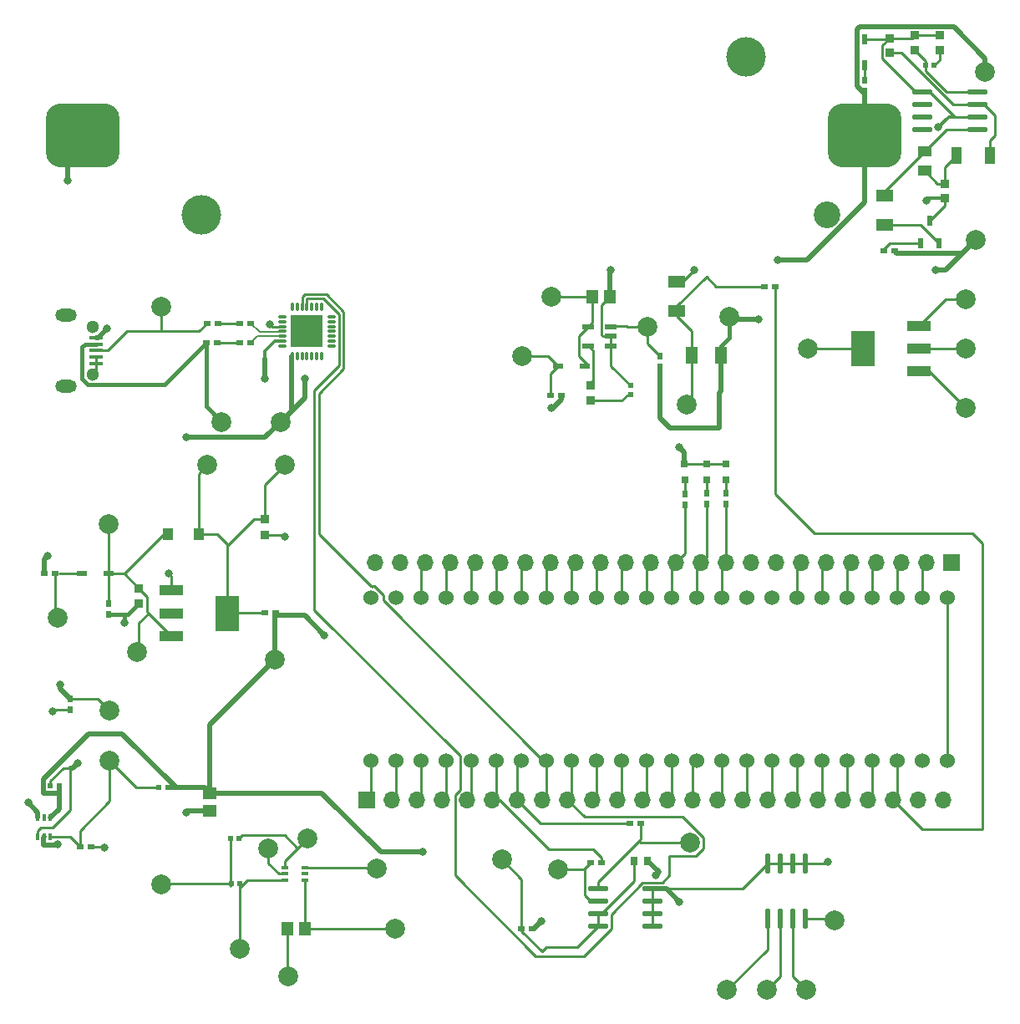
<source format=gbr>
%TF.GenerationSoftware,KiCad,Pcbnew,(7.0.0)*%
%TF.CreationDate,2023-03-21T11:07:28+02:00*%
%TF.ProjectId,SCHEMATICS,53434845-4d41-4544-9943-532e6b696361,rev?*%
%TF.SameCoordinates,Original*%
%TF.FileFunction,Copper,L1,Top*%
%TF.FilePolarity,Positive*%
%FSLAX46Y46*%
G04 Gerber Fmt 4.6, Leading zero omitted, Abs format (unit mm)*
G04 Created by KiCad (PCBNEW (7.0.0)) date 2023-03-21 11:07:28*
%MOMM*%
%LPD*%
G01*
G04 APERTURE LIST*
G04 Aperture macros list*
%AMRoundRect*
0 Rectangle with rounded corners*
0 $1 Rounding radius*
0 $2 $3 $4 $5 $6 $7 $8 $9 X,Y pos of 4 corners*
0 Add a 4 corners polygon primitive as box body*
4,1,4,$2,$3,$4,$5,$6,$7,$8,$9,$2,$3,0*
0 Add four circle primitives for the rounded corners*
1,1,$1+$1,$2,$3*
1,1,$1+$1,$4,$5*
1,1,$1+$1,$6,$7*
1,1,$1+$1,$8,$9*
0 Add four rect primitives between the rounded corners*
20,1,$1+$1,$2,$3,$4,$5,0*
20,1,$1+$1,$4,$5,$6,$7,0*
20,1,$1+$1,$6,$7,$8,$9,0*
20,1,$1+$1,$8,$9,$2,$3,0*%
G04 Aperture macros list end*
%TA.AperFunction,SMDPad,CuDef*%
%ADD10R,0.700000X0.600000*%
%TD*%
%TA.AperFunction,SMDPad,CuDef*%
%ADD11C,2.000000*%
%TD*%
%TA.AperFunction,SMDPad,CuDef*%
%ADD12R,1.450000X1.150000*%
%TD*%
%TA.AperFunction,ComponentPad*%
%ADD13C,1.524000*%
%TD*%
%TA.AperFunction,SMDPad,CuDef*%
%ADD14R,1.207518X1.701016*%
%TD*%
%TA.AperFunction,SMDPad,CuDef*%
%ADD15R,0.600000X0.700000*%
%TD*%
%TA.AperFunction,SMDPad,CuDef*%
%ADD16R,1.400000X0.400000*%
%TD*%
%TA.AperFunction,ComponentPad*%
%ADD17C,1.300000*%
%TD*%
%TA.AperFunction,ComponentPad*%
%ADD18O,2.200000X1.300000*%
%TD*%
%TA.AperFunction,SMDPad,CuDef*%
%ADD19R,0.565659X0.540005*%
%TD*%
%TA.AperFunction,SMDPad,CuDef*%
%ADD20R,0.350013X0.780010*%
%TD*%
%TA.AperFunction,SMDPad,CuDef*%
%ADD21R,1.100000X1.700000*%
%TD*%
%TA.AperFunction,SMDPad,CuDef*%
%ADD22R,0.864008X0.806477*%
%TD*%
%TA.AperFunction,SMDPad,CuDef*%
%ADD23R,0.540005X0.565659*%
%TD*%
%TA.AperFunction,SMDPad,CuDef*%
%ADD24R,1.000000X0.600000*%
%TD*%
%TA.AperFunction,SMDPad,CuDef*%
%ADD25R,0.970000X0.920000*%
%TD*%
%TA.AperFunction,SMDPad,CuDef*%
%ADD26R,1.156998X0.489992*%
%TD*%
%TA.AperFunction,SMDPad,CuDef*%
%ADD27R,1.175006X0.489992*%
%TD*%
%TA.AperFunction,SMDPad,CuDef*%
%ADD28R,1.000000X1.200000*%
%TD*%
%TA.AperFunction,SMDPad,CuDef*%
%ADD29R,0.532004X1.070003*%
%TD*%
%TA.AperFunction,SMDPad,CuDef*%
%ADD30R,2.470003X0.980010*%
%TD*%
%TA.AperFunction,SMDPad,CuDef*%
%ADD31R,2.470003X3.600000*%
%TD*%
%TA.AperFunction,SMDPad,CuDef*%
%ADD32R,0.800000X0.800000*%
%TD*%
%TA.AperFunction,SMDPad,CuDef*%
%ADD33R,0.800000X0.900000*%
%TD*%
%TA.AperFunction,SMDPad,CuDef*%
%ADD34R,1.377013X1.132537*%
%TD*%
%TA.AperFunction,SMDPad,CuDef*%
%ADD35R,1.701016X1.207518*%
%TD*%
%TA.AperFunction,SMDPad,CuDef*%
%ADD36O,0.588011X2.045009*%
%TD*%
%TA.AperFunction,SMDPad,CuDef*%
%ADD37O,2.045009X0.588011*%
%TD*%
%TA.AperFunction,SMDPad,CuDef*%
%ADD38R,1.150000X1.450000*%
%TD*%
%TA.AperFunction,SMDPad,CuDef*%
%ADD39R,0.600000X1.000000*%
%TD*%
%TA.AperFunction,ComponentPad*%
%ADD40R,1.700000X1.700000*%
%TD*%
%TA.AperFunction,ComponentPad*%
%ADD41O,1.700000X1.700000*%
%TD*%
%TA.AperFunction,ComponentPad*%
%ADD42C,4.000000*%
%TD*%
%TA.AperFunction,ComponentPad*%
%ADD43C,2.700000*%
%TD*%
%TA.AperFunction,SMDPad,CuDef*%
%ADD44RoundRect,1.625000X-2.125000X-1.625000X2.125000X-1.625000X2.125000X1.625000X-2.125000X1.625000X0*%
%TD*%
%TA.AperFunction,SMDPad,CuDef*%
%ADD45O,0.900000X0.280010*%
%TD*%
%TA.AperFunction,SMDPad,CuDef*%
%ADD46O,0.280010X0.900000*%
%TD*%
%TA.AperFunction,SMDPad,CuDef*%
%ADD47R,3.200000X3.200000*%
%TD*%
%TA.AperFunction,SMDPad,CuDef*%
%ADD48R,0.780010X0.350013*%
%TD*%
%TA.AperFunction,ViaPad*%
%ADD49C,0.800000*%
%TD*%
%TA.AperFunction,Conductor*%
%ADD50C,0.250000*%
%TD*%
%TA.AperFunction,Conductor*%
%ADD51C,0.500000*%
%TD*%
%TA.AperFunction,Conductor*%
%ADD52C,0.400000*%
%TD*%
%TA.AperFunction,Conductor*%
%ADD53C,0.300000*%
%TD*%
%TA.AperFunction,Conductor*%
%ADD54C,0.200000*%
%TD*%
G04 APERTURE END LIST*
D10*
%TO.P,R33,1*%
%TO.N,Net-(U6-SCL)*%
X147978915Y-133068503D03*
%TO.P,R33,2*%
%TO.N,/MICROCONTROLLER/PA9*%
X149078915Y-133068503D03*
%TD*%
D11*
%TO.P,TP8,1,1*%
%TO.N,Net-(D2-A)*%
X116969711Y-92799975D03*
%TD*%
%TO.P,TP24,1,1*%
%TO.N,Net-(MicroXNJ1-D+)*%
X104499111Y-76750000D03*
%TD*%
D12*
%TO.P,C4,1*%
%TO.N,GND*%
X109409999Y-127829999D03*
%TO.P,C4,2*%
%TO.N,/MICROCONTROLLER/VSS*%
X109409999Y-126029999D03*
%TD*%
D11*
%TO.P,TP36,1,1*%
%TO.N,Net-(U5-GND)*%
X126306274Y-133612033D03*
%TD*%
%TO.P,TP4,1,1*%
%TO.N,Net-(TP4054-42-SOT25R1-BAT)*%
X153726500Y-78753538D03*
%TD*%
D10*
%TO.P,R28,1*%
%TO.N,Net-(R27-Pad2)*%
X112477999Y-78422253D03*
%TO.P,R28,2*%
%TO.N,/MICROCONTROLLER/D+*%
X113577999Y-78422253D03*
%TD*%
D13*
%TO.P,U8,1,VBAT*%
%TO.N,/MICROCONTROLLER/VSS*%
X184126500Y-106193500D03*
%TO.P,U8,2,PC13*%
%TO.N,/MICROCONTROLLER/PC13*%
X181586500Y-106193500D03*
%TO.P,U8,3,PC14*%
%TO.N,/MICROCONTROLLER/PC14*%
X179046500Y-106193500D03*
%TO.P,U8,4,PC15*%
%TO.N,/MICROCONTROLLER/PC15*%
X176506500Y-106193500D03*
%TO.P,U8,5,PF0*%
%TO.N,/MICROCONTROLLER/PF0*%
X173966500Y-106193500D03*
%TO.P,U8,6,PF1*%
%TO.N,/MICROCONTROLLER/PF1*%
X171426500Y-106193500D03*
%TO.P,U8,7,NRST*%
%TO.N,/MICROCONTROLLER/NRST*%
X168886500Y-106193500D03*
%TO.P,U8,8,GND*%
%TO.N,GND*%
X166346500Y-106193500D03*
%TO.P,U8,9,V+*%
%TO.N,/MICROCONTROLLER/VSS*%
X163806500Y-106193500D03*
%TO.P,U8,10,PA0*%
%TO.N,/MICROCONTROLLER/PA0*%
X161266500Y-106193500D03*
%TO.P,U8,11,PA1*%
%TO.N,/MICROCONTROLLER/PA1*%
X158726500Y-106193500D03*
%TO.P,U8,12,PA2*%
%TO.N,/MICROCONTROLLER/PA2*%
X156186500Y-106193500D03*
%TO.P,U8,13,PA3*%
%TO.N,/MICROCONTROLLER/PA3*%
X153646500Y-106193500D03*
%TO.P,U8,14,PA4*%
%TO.N,/MICROCONTROLLER/PA4*%
X151106500Y-106193500D03*
%TO.P,U8,15,PA5*%
%TO.N,/MICROCONTROLLER/PA5*%
X148566500Y-106193500D03*
%TO.P,U8,16,PA6*%
%TO.N,/MICROCONTROLLER/PA6*%
X146026500Y-106193500D03*
%TO.P,U8,17,PA7*%
%TO.N,/MICROCONTROLLER/PA7*%
X143486500Y-106193500D03*
%TO.P,U8,18,PB0*%
%TO.N,/MICROCONTROLLER/PB0*%
X140946500Y-106193500D03*
%TO.P,U8,19,PB1*%
%TO.N,/MICROCONTROLLER/PB1*%
X138406500Y-106193500D03*
%TO.P,U8,20,PB2*%
%TO.N,/MICROCONTROLLER/PB2*%
X135866500Y-106193500D03*
%TO.P,U8,21,PB10*%
%TO.N,/MICROCONTROLLER/PB10*%
X133326500Y-106193500D03*
%TO.P,U8,22,PB11*%
%TO.N,/MICROCONTROLLER/PB11*%
X130786500Y-106193500D03*
%TO.P,U8,23,GND*%
%TO.N,GND*%
X128246500Y-106193500D03*
%TO.P,U8,24,V+*%
%TO.N,/MICROCONTROLLER/VSS*%
X125706500Y-106193500D03*
%TO.P,U8,25,PB12*%
%TO.N,/MICROCONTROLLER/PB12*%
X125706500Y-122703500D03*
%TO.P,U8,26,PB13*%
%TO.N,/MICROCONTROLLER/PB13*%
X128246500Y-122703500D03*
%TO.P,U8,27,PB14*%
%TO.N,/MICROCONTROLLER/PB14*%
X130786500Y-122703500D03*
%TO.P,U8,28,PB15*%
%TO.N,/MICROCONTROLLER/PB15*%
X133326500Y-122703500D03*
%TO.P,U8,29,PA8*%
%TO.N,/MICROCONTROLLER/PA8*%
X135866500Y-122703500D03*
%TO.P,U8,30,PA9*%
%TO.N,/MICROCONTROLLER/PA9*%
X138406500Y-122703500D03*
%TO.P,U8,31,PA10*%
%TO.N,/MICROCONTROLLER/PA10*%
X140946500Y-122703500D03*
%TO.P,U8,32,PA11*%
%TO.N,/MICROCONTROLLER/PA11*%
X143486500Y-122703500D03*
%TO.P,U8,33,PA12*%
%TO.N,/MICROCONTROLLER/PA12*%
X146026500Y-122703500D03*
%TO.P,U8,34,PA13*%
%TO.N,/MICROCONTROLLER/PA13*%
X148566500Y-122703500D03*
%TO.P,U8,35,PF6*%
%TO.N,/MICROCONTROLLER/PF6*%
X151106500Y-122703500D03*
%TO.P,U8,36,PF7*%
%TO.N,/MICROCONTROLLER/PF7*%
X153646500Y-122703500D03*
%TO.P,U8,37,PA14*%
%TO.N,/MICROCONTROLLER/PA14*%
X156186500Y-122703500D03*
%TO.P,U8,38,PA15*%
%TO.N,/MICROCONTROLLER/PA15*%
X158726500Y-122703500D03*
%TO.P,U8,39,PB3*%
%TO.N,/MICROCONTROLLER/PB3*%
X161266500Y-122703500D03*
%TO.P,U8,40,PB4*%
%TO.N,/MICROCONTROLLER/PB4*%
X163806500Y-122703500D03*
%TO.P,U8,41,PB5*%
%TO.N,/MICROCONTROLLER/PB5*%
X166346500Y-122703500D03*
%TO.P,U8,42,PB6*%
%TO.N,/MICROCONTROLLER/PB6*%
X168886500Y-122703500D03*
%TO.P,U8,43,PB7*%
%TO.N,/MICROCONTROLLER/PB7*%
X171426500Y-122703500D03*
%TO.P,U8,44,BOOT*%
%TO.N,/MICROCONTROLLER/BOOT*%
X173966500Y-122703500D03*
%TO.P,U8,45,PB8*%
%TO.N,/MICROCONTROLLER/PB8*%
X176506500Y-122703500D03*
%TO.P,U8,46,PB9*%
%TO.N,/MICROCONTROLLER/PB9*%
X179046500Y-122703500D03*
%TO.P,U8,47,GND*%
%TO.N,GND*%
X181586500Y-122703500D03*
%TO.P,U8,48,V+*%
%TO.N,/MICROCONTROLLER/VSS*%
X184126500Y-122703500D03*
%TD*%
D11*
%TO.P,TP3,1,1*%
%TO.N,Net-(D1-K)*%
X144033840Y-75753538D03*
%TD*%
%TO.P,TP31,1,1*%
%TO.N,/POWER MODULE/UVLO Output*%
X187000000Y-70000000D03*
%TD*%
%TO.P,TP35,1,1*%
%TO.N,Net-(U7-WP)*%
X169821496Y-145931084D03*
%TD*%
D14*
%TO.P,R22,1*%
%TO.N,Net-(R22-Pad1)*%
X158247708Y-81703499D03*
%TO.P,R22,2*%
%TO.N,/POWER MODULE/Battery*%
X161205290Y-81703499D03*
%TD*%
D10*
%TO.P,R24,1*%
%TO.N,Net-(R22-Pad1)*%
X165626499Y-74703499D03*
%TO.P,R24,2*%
%TO.N,/MICROCONTROLLER/PB9*%
X166726499Y-74703499D03*
%TD*%
D15*
%TO.P,R17,1*%
%TO.N,/MICROCONTROLLER/PB10*%
X95249999Y-117569999D03*
%TO.P,R17,2*%
%TO.N,Net-(U3-SCL)*%
X95249999Y-116469999D03*
%TD*%
D16*
%TO.P,MicroXNJ1,1,VBUS*%
%TO.N,/MICROCONTROLLER/5V*%
X97871729Y-79874967D03*
%TO.P,MicroXNJ1,2,D-*%
%TO.N,Net-(MicroXNJ1-D-)*%
X97871729Y-80524955D03*
%TO.P,MicroXNJ1,3,D+*%
%TO.N,Net-(MicroXNJ1-D+)*%
X97871729Y-81174942D03*
%TO.P,MicroXNJ1,4,ID*%
%TO.N,GND*%
X97871729Y-81824929D03*
%TO.P,MicroXNJ1,5,GND*%
X97871729Y-82474917D03*
D17*
%TO.P,MicroXNJ1,6,SH1*%
X97499111Y-83599886D03*
D18*
%TO.P,MicroXNJ1,7,SH2*%
X94829057Y-84774891D03*
%TO.P,MicroXNJ1,8,SH3*%
X94829057Y-77574993D03*
D17*
%TO.P,MicroXNJ1,9,SH4*%
X97499111Y-78750000D03*
%TD*%
D19*
%TO.P,R40,1*%
%TO.N,Net-(R40-Pad1)*%
X182804816Y-52323999D03*
%TO.P,R40,2*%
%TO.N,Net-(U1--)*%
X181939182Y-52323999D03*
%TD*%
D20*
%TO.P,U3,1,VDD*%
%TO.N,/MICROCONTROLLER/VSS*%
X93249999Y-128490015D03*
%TO.P,U3,2,NC*%
%TO.N,unconnected-(U3-NC-Pad2)*%
X92600012Y-128490015D03*
%TO.P,U3,3,GND*%
%TO.N,GND*%
X91950025Y-128490015D03*
%TO.P,U3,4,SCL*%
%TO.N,Net-(U3-SCL)*%
X91950025Y-130469999D03*
%TO.P,U3,5,INT*%
%TO.N,GND*%
X92600012Y-130469999D03*
%TO.P,U3,6,SDA*%
%TO.N,Net-(U3-SDA)*%
X93249999Y-130469999D03*
%TD*%
D11*
%TO.P,TP16,1,1*%
%TO.N,Net-(C5-Pad1)*%
X117306274Y-144612033D03*
%TD*%
%TO.P,TP32,1,1*%
%TO.N,Net-(U7-VCC)*%
X172726500Y-138931084D03*
%TD*%
D10*
%TO.P,R14,1*%
%TO.N,Net-(Q1-D)*%
X177715999Y-71119999D03*
%TO.P,R14,2*%
%TO.N,/POWER MODULE/UVLO Output*%
X178815999Y-71119999D03*
%TD*%
%TO.P,R25,1*%
%TO.N,Net-(MicroXNJ1-D-)*%
X109027999Y-80422253D03*
%TO.P,R25,2*%
%TO.N,Net-(R25-Pad2)*%
X110127999Y-80422253D03*
%TD*%
%TO.P,R5,1*%
%TO.N,/POWER MODULE/UVLO Output*%
X92649999Y-103799974D03*
%TO.P,R5,2*%
%TO.N,Net-(D4-PadA)*%
X93749999Y-103799974D03*
%TD*%
D15*
%TO.P,R15,1*%
%TO.N,/POWER MODULE/Battery*%
X175767999Y-54947999D03*
%TO.P,R15,2*%
%TO.N,Net-(D5-PadA)*%
X175767999Y-53847999D03*
%TD*%
D11*
%TO.P,TP20,1,1*%
%TO.N,/POWER MODULE/Battery*%
X162033840Y-77753538D03*
%TD*%
D21*
%TO.P,D3,1,K*%
%TO.N,Net-(D3-K)*%
X188467999Y-61467999D03*
%TO.P,D3,2,A*%
%TO.N,Net-(D3-A)*%
X185067949Y-61467999D03*
%TD*%
D22*
%TO.P,R9,1*%
%TO.N,Net-(#FLG06-pwr)*%
X178307999Y-49538633D03*
%TO.P,R9,2*%
%TO.N,Net-(D3-K)*%
X178307999Y-51045365D03*
%TD*%
D10*
%TO.P,R27,1*%
%TO.N,Net-(MicroXNJ1-D+)*%
X109129999Y-78422253D03*
%TO.P,R27,2*%
%TO.N,Net-(R27-Pad2)*%
X110229999Y-78422253D03*
%TD*%
D23*
%TO.P,R3,1*%
%TO.N,Net-(R2-Pad2)*%
X152033839Y-85619171D03*
%TO.P,R3,2*%
%TO.N,GND*%
X152033839Y-84753537D03*
%TD*%
D11*
%TO.P,TP5,1,1*%
%TO.N,Net-(D4-PadA)*%
X94000000Y-108250000D03*
%TD*%
%TO.P,TP29,1,1*%
%TO.N,Net-(REF2-Input)*%
X186000000Y-76000000D03*
%TD*%
%TO.P,TP17,1,1*%
%TO.N,Net-(U5-INT)*%
X115306274Y-131612033D03*
%TD*%
D19*
%TO.P,R21,1*%
%TO.N,Net-(R20-Pad1)*%
X111481190Y-130632007D03*
%TO.P,R21,2*%
%TO.N,Net-(U5-SCL)*%
X112346824Y-130632007D03*
%TD*%
D11*
%TO.P,TP28,1,1*%
%TO.N,Net-(REF2-Output-Pad2)*%
X186000000Y-81000000D03*
%TD*%
%TO.P,TP33,1,1*%
%TO.N,Net-(U7-SDA)*%
X161821496Y-145931084D03*
%TD*%
D15*
%TO.P,R31,1*%
%TO.N,Net-(D8-A)*%
X157586499Y-95703499D03*
%TO.P,R31,2*%
%TO.N,/MICROCONTROLLER/PA2*%
X157586499Y-96803499D03*
%TD*%
D24*
%TO.P,D4,A,A*%
%TO.N,Net-(D4-PadA)*%
X96469799Y-103799974D03*
%TO.P,D4,C,K*%
%TO.N,Net-(#FLG05-pwr)*%
X99169799Y-103799974D03*
%TD*%
D25*
%TO.P,C3,1*%
%TO.N,Net-(D2-A)*%
X114969710Y-98299974D03*
%TO.P,C3,2*%
%TO.N,GND*%
X114969710Y-99849974D03*
%TD*%
D11*
%TO.P,TP14,1,1*%
%TO.N,Net-(U3-SCL)*%
X99250000Y-117670000D03*
%TD*%
D10*
%TO.P,R7,1*%
%TO.N,Net-(D2-A)*%
X114949999Y-107749999D03*
%TO.P,R7,2*%
%TO.N,/MICROCONTROLLER/VSS*%
X116049999Y-107749999D03*
%TD*%
D22*
%TO.P,R2,1*%
%TO.N,Net-(TP4054-42-SOT25R1-PROG)*%
X148033839Y-84753537D03*
%TO.P,R2,2*%
%TO.N,Net-(R2-Pad2)*%
X148033839Y-86260269D03*
%TD*%
D26*
%TO.P,TP4054-42-SOT25R1,1,~{CHRG}*%
%TO.N,GND*%
X150033839Y-80703499D03*
%TO.P,TP4054-42-SOT25R1,2,GND*%
X150033839Y-79753537D03*
%TO.P,TP4054-42-SOT25R1,3,BAT*%
%TO.N,Net-(TP4054-42-SOT25R1-BAT)*%
X150033839Y-78803575D03*
D27*
%TO.P,TP4054-42-SOT25R1,4,VCC*%
%TO.N,Net-(D1-K)*%
X147726499Y-78803575D03*
%TO.P,TP4054-42-SOT25R1,5,PROG*%
%TO.N,Net-(TP4054-42-SOT25R1-PROG)*%
X147726499Y-80703499D03*
%TD*%
D11*
%TO.P,TP6,1,1*%
%TO.N,Net-(D2-A)*%
X109169800Y-92799975D03*
%TD*%
D10*
%TO.P,R26,1*%
%TO.N,Net-(R25-Pad2)*%
X112477999Y-80422253D03*
%TO.P,R26,2*%
%TO.N,/MICROCONTROLLER/D-*%
X113577999Y-80422253D03*
%TD*%
D19*
%TO.P,R20,1*%
%TO.N,Net-(R20-Pad1)*%
X111556373Y-135204007D03*
%TO.P,R20,2*%
%TO.N,Net-(U5-SDA)*%
X112422007Y-135204007D03*
%TD*%
D28*
%TO.P,D2,1,K*%
%TO.N,Net-(#FLG05-pwr)*%
X105169799Y-99799974D03*
%TO.P,D2,2,A*%
%TO.N,Net-(D2-A)*%
X108269621Y-99799974D03*
%TD*%
D11*
%TO.P,TP21,1,1*%
%TO.N,Net-(R22-Pad1)*%
X157726500Y-86703500D03*
%TD*%
%TO.P,TP12,1,1*%
%TO.N,Net-(REF2-GND{slash}ADJ)*%
X186000000Y-87000000D03*
%TD*%
D10*
%TO.P,R32,1*%
%TO.N,Net-(U6-SDA)*%
X153078915Y-129068503D03*
%TO.P,R32,2*%
%TO.N,/MICROCONTROLLER/PA10*%
X151978915Y-129068503D03*
%TD*%
D29*
%TO.P,Q1,1,D*%
%TO.N,Net-(Q1-D)*%
X181422037Y-70342002D03*
%TO.P,Q1,2,G*%
%TO.N,Net-(Q1-G)*%
X183321960Y-70342002D03*
%TO.P,Q1,3,S*%
%TO.N,Net-(#FLG06-pwr)*%
X182371999Y-68071999D03*
%TD*%
D10*
%TO.P,R1,1*%
%TO.N,/MICROCONTROLLER/5V*%
X145033839Y-85753537D03*
%TO.P,R1,2*%
%TO.N,Net-(D1-PadA)*%
X143933839Y-85753537D03*
%TD*%
D11*
%TO.P,TP25,*%
%TO.N,Net-(U6-VCC)*%
X138998916Y-132750000D03*
%TD*%
D10*
%TO.P,R34,1*%
%TO.N,Net-(U6-VCC)*%
X140988915Y-139768503D03*
%TO.P,R34,2*%
%TO.N,/MICROCONTROLLER/VSS*%
X142088915Y-139768503D03*
%TD*%
D11*
%TO.P,TP22,1,1*%
%TO.N,/MICROCONTROLLER/5V*%
X116578000Y-88422254D03*
%TD*%
D30*
%TO.P,REF2,1,GND/ADJ*%
%TO.N,Net-(REF2-GND{slash}ADJ)*%
X181264700Y-83282188D03*
%TO.P,REF2,2,Output*%
%TO.N,Net-(REF2-Output-Pad2)*%
X181264700Y-80982213D03*
%TO.P,REF2,3,Input*%
%TO.N,Net-(REF2-Input)*%
X181264700Y-78682238D03*
D31*
%TO.P,REF2,4,Output*%
%TO.N,Net-(REF2-Output-Pad4)*%
X175594900Y-80982213D03*
%TD*%
D11*
%TO.P,TP30,1,1*%
%TO.N,/POWER MODULE/Battery*%
X188000000Y-53000000D03*
%TD*%
D15*
%TO.P,R4,1*%
%TO.N,Net-(TP4054-42-SOT25R1-BAT)*%
X154999999Y-81753537D03*
%TO.P,R4,2*%
%TO.N,/POWER MODULE/Battery*%
X154999999Y-82853537D03*
%TD*%
D11*
%TO.P,TP10,1,1*%
%TO.N,Net-(#FLG05-pwr)*%
X99169800Y-98799975D03*
%TD*%
D32*
%TO.P,D6,1,K*%
%TO.N,GND*%
X161726499Y-92703499D03*
%TO.P,D6,2,A*%
%TO.N,Net-(D6-A)*%
X161733357Y-94302433D03*
%TD*%
D11*
%TO.P,TP27,1,1*%
%TO.N,Net-(U6-SCL)*%
X144726500Y-133703500D03*
%TD*%
D33*
%TO.P,C6,1*%
%TO.N,Net-(U6-VCC)*%
X152378890Y-132848528D03*
%TO.P,C6,2*%
%TO.N,GND*%
X153778940Y-132848528D03*
%TD*%
D11*
%TO.P,TP34,1,1*%
%TO.N,Net-(U7-SCL)*%
X165821496Y-145931084D03*
%TD*%
D10*
%TO.P,R16,1*%
%TO.N,/MICROCONTROLLER/PB11*%
X97349999Y-131469999D03*
%TO.P,R16,2*%
%TO.N,Net-(U3-SDA)*%
X96249999Y-131469999D03*
%TD*%
D19*
%TO.P,R18,1*%
%TO.N,/MICROCONTROLLER/VSS*%
X105115633Y-125469999D03*
%TO.P,R18,2*%
%TO.N,Net-(U3-SDA)*%
X104249999Y-125469999D03*
%TD*%
D34*
%TO.P,R13,1*%
%TO.N,Net-(R12-Pad2)*%
X181863999Y-60975999D03*
%TO.P,R13,2*%
%TO.N,Net-(D3-A)*%
X181863999Y-62975999D03*
%TD*%
D11*
%TO.P,TP23,1,1*%
%TO.N,Net-(MicroXNJ1-D-)*%
X110578000Y-88422254D03*
%TD*%
D35*
%TO.P,R12,1*%
%TO.N,Net-(Q1-G)*%
X177799999Y-68489581D03*
%TO.P,R12,2*%
%TO.N,Net-(R12-Pad2)*%
X177799999Y-65531999D03*
%TD*%
D36*
%TO.P,U7,1,A0*%
%TO.N,GND*%
X169726499Y-133158667D03*
%TO.P,U7,2,A1*%
X168456496Y-133158667D03*
%TO.P,U7,3,A2*%
X167186494Y-133158667D03*
%TO.P,U7,4,GND*%
X165916491Y-133158667D03*
%TO.P,U7,5,SDA*%
%TO.N,Net-(U7-SDA)*%
X165916491Y-138703499D03*
%TO.P,U7,6,SCL*%
%TO.N,Net-(U7-SCL)*%
X167186494Y-138703499D03*
%TO.P,U7,7,WP*%
%TO.N,Net-(U7-WP)*%
X168456496Y-138703499D03*
%TO.P,U7,8,VCC*%
%TO.N,Net-(U7-VCC)*%
X169726499Y-138703499D03*
%TD*%
D11*
%TO.P,TP15,1,1*%
%TO.N,Net-(U3-SDA)*%
X99250000Y-122750000D03*
%TD*%
%TO.P,TP18,1,1*%
%TO.N,Net-(U5-VDD)*%
X128170008Y-139776008D03*
%TD*%
D15*
%TO.P,R29,1*%
%TO.N,Net-(D6-A)*%
X161726499Y-95603499D03*
%TO.P,R29,2*%
%TO.N,/MICROCONTROLLER/PA0*%
X161726499Y-96703499D03*
%TD*%
D30*
%TO.P,REF1,1,GND/ADJ*%
%TO.N,GND*%
X105499999Y-105499999D03*
%TO.P,REF1,2,Output*%
%TO.N,unconnected-(REF1-Output-Pad2)*%
X105499999Y-107799974D03*
%TO.P,REF1,3,Input*%
%TO.N,Net-(#FLG05-pwr)*%
X105499999Y-110099949D03*
D31*
%TO.P,REF1,4,Output*%
%TO.N,Net-(D2-A)*%
X111169799Y-107799974D03*
%TD*%
D35*
%TO.P,R23,1*%
%TO.N,GND*%
X156726499Y-74224708D03*
%TO.P,R23,2*%
%TO.N,Net-(R22-Pad1)*%
X156726499Y-77182290D03*
%TD*%
D11*
%TO.P,TP19,1,1*%
%TO.N,Net-(R20-Pad1)*%
X104500000Y-135250000D03*
%TD*%
D22*
%TO.P,R8,1*%
%TO.N,Net-(#FLG06-pwr)*%
X183387999Y-49275999D03*
%TO.P,R8,2*%
%TO.N,Net-(R40-Pad1)*%
X183387999Y-50782731D03*
%TD*%
D24*
%TO.P,D1,A,A*%
%TO.N,Net-(D1-PadA)*%
X144683839Y-82753537D03*
%TO.P,D1,C,K*%
%TO.N,Net-(D1-K)*%
X147383839Y-82753537D03*
%TD*%
D11*
%TO.P,TP9,1,1*%
%TO.N,Net-(D1-PadA)*%
X141033840Y-81753538D03*
%TD*%
%TO.P,TP1,1,1*%
%TO.N,Net-(U5-SDA)*%
X112422008Y-141808008D03*
%TD*%
%TO.P,TP7,1,1*%
%TO.N,Net-(#FLG05-pwr)*%
X102000000Y-111750000D03*
%TD*%
D37*
%TO.P,U1,1*%
%TO.N,Net-(R12-Pad2)*%
X187176415Y-58801003D03*
%TO.P,U1,2,V-*%
%TO.N,Net-(#FLG06-pwr)*%
X187176415Y-57531000D03*
%TO.P,U1,3,+*%
%TO.N,Net-(D3-K)*%
X187176415Y-56260998D03*
%TO.P,U1,4,-*%
%TO.N,Net-(U1--)*%
X187176415Y-54990995D03*
%TO.P,U1,5,V+*%
%TO.N,Net-(#FLG06-pwr)*%
X181631583Y-54990995D03*
%TO.P,U1,6*%
%TO.N,N/C*%
X181631583Y-56260998D03*
%TO.P,U1,7*%
X181631583Y-57531000D03*
%TO.P,U1,8*%
X181631583Y-58801003D03*
%TD*%
D25*
%TO.P,C2,1*%
%TO.N,Net-(#FLG05-pwr)*%
X102169799Y-105249974D03*
%TO.P,C2,2*%
%TO.N,GND*%
X102169799Y-106799974D03*
%TD*%
D15*
%TO.P,R30,1*%
%TO.N,Net-(D7-A)*%
X159726499Y-95603499D03*
%TO.P,R30,2*%
%TO.N,/MICROCONTROLLER/PA1*%
X159726499Y-96703499D03*
%TD*%
D11*
%TO.P,TP13,1,1*%
%TO.N,/MICROCONTROLLER/VSS*%
X116000000Y-112500000D03*
%TD*%
D22*
%TO.P,R11,1*%
%TO.N,Net-(D3-A)*%
X183895999Y-64270633D03*
%TO.P,R11,2*%
%TO.N,Net-(#FLG06-pwr)*%
X183895999Y-65777365D03*
%TD*%
D38*
%TO.P,C1,1*%
%TO.N,Net-(D1-K)*%
X148133839Y-75753537D03*
%TO.P,C1,2*%
%TO.N,GND*%
X149933839Y-75753537D03*
%TD*%
D19*
%TO.P,R19,1*%
%TO.N,/MICROCONTROLLER/VSS*%
X94115633Y-125289999D03*
%TO.P,R19,2*%
%TO.N,Net-(U3-SCL)*%
X93249999Y-125289999D03*
%TD*%
D11*
%TO.P,TP2,1,1*%
%TO.N,Net-(U5-SCL)*%
X119306274Y-130612033D03*
%TD*%
D39*
%TO.P,D5,A,A*%
%TO.N,Net-(D5-PadA)*%
X175767999Y-52323999D03*
%TO.P,D5,C,K*%
%TO.N,Net-(#FLG06-pwr)*%
X175767999Y-49623999D03*
%TD*%
D15*
%TO.P,R6,1*%
%TO.N,Net-(#FLG05-pwr)*%
X99169799Y-106799974D03*
%TO.P,R6,2*%
%TO.N,GND*%
X99169799Y-107899974D03*
%TD*%
D11*
%TO.P,TP26,1,1*%
%TO.N,Net-(U6-SDA)*%
X158078916Y-131068504D03*
%TD*%
D38*
%TO.P,C5,1*%
%TO.N,Net-(C5-Pad1)*%
X117226007Y-139776007D03*
%TO.P,C5,2*%
%TO.N,Net-(U5-VDD)*%
X119026007Y-139776007D03*
%TD*%
D11*
%TO.P,TP11,1,1*%
%TO.N,Net-(REF2-Output-Pad4)*%
X170000000Y-81000000D03*
%TD*%
D40*
%TO.P,J2,1,Pin_1*%
%TO.N,/MICROCONTROLLER/PB12*%
X125306499Y-126703499D03*
D41*
%TO.P,J2,2,Pin_2*%
%TO.N,/MICROCONTROLLER/PB13*%
X127846499Y-126703499D03*
%TO.P,J2,3,Pin_3*%
%TO.N,/MICROCONTROLLER/PB14*%
X130386499Y-126703499D03*
%TO.P,J2,4,Pin_4*%
%TO.N,/MICROCONTROLLER/PB15*%
X132926499Y-126703499D03*
%TO.P,J2,5,Pin_5*%
%TO.N,/MICROCONTROLLER/PA8*%
X135466499Y-126703499D03*
%TO.P,J2,6,Pin_6*%
%TO.N,/MICROCONTROLLER/PA9*%
X138006499Y-126703499D03*
%TO.P,J2,7,Pin_7*%
%TO.N,/MICROCONTROLLER/PA10*%
X140546499Y-126703499D03*
%TO.P,J2,8,Pin_8*%
%TO.N,/MICROCONTROLLER/PA11*%
X143086499Y-126703499D03*
%TO.P,J2,9,Pin_9*%
%TO.N,/MICROCONTROLLER/PA12*%
X145626499Y-126703499D03*
%TO.P,J2,10,Pin_10*%
%TO.N,/MICROCONTROLLER/PA13*%
X148166499Y-126703499D03*
%TO.P,J2,11,Pin_11*%
%TO.N,/MICROCONTROLLER/PF6*%
X150706499Y-126703499D03*
%TO.P,J2,12,Pin_12*%
%TO.N,/MICROCONTROLLER/PF7*%
X153246499Y-126703499D03*
%TO.P,J2,13,Pin_13*%
%TO.N,/MICROCONTROLLER/PA14*%
X155786499Y-126703499D03*
%TO.P,J2,14,Pin_14*%
%TO.N,/MICROCONTROLLER/PA15*%
X158326499Y-126703499D03*
%TO.P,J2,15,Pin_15*%
%TO.N,/MICROCONTROLLER/PB3*%
X160866499Y-126703499D03*
%TO.P,J2,16,Pin_16*%
%TO.N,/MICROCONTROLLER/PB4*%
X163406499Y-126703499D03*
%TO.P,J2,17,Pin_17*%
%TO.N,/MICROCONTROLLER/PB5*%
X165946499Y-126703499D03*
%TO.P,J2,18,Pin_18*%
%TO.N,/MICROCONTROLLER/PB6*%
X168486499Y-126703499D03*
%TO.P,J2,19,Pin_19*%
%TO.N,/MICROCONTROLLER/PB7*%
X171026499Y-126703499D03*
%TO.P,J2,20,Pin_20*%
%TO.N,/MICROCONTROLLER/BOOT*%
X173566499Y-126703499D03*
%TO.P,J2,21,Pin_21*%
%TO.N,/MICROCONTROLLER/PB8*%
X176106499Y-126703499D03*
%TO.P,J2,22,Pin_22*%
%TO.N,/MICROCONTROLLER/PB9*%
X178646499Y-126703499D03*
%TO.P,J2,23,Pin_23*%
%TO.N,GND*%
X181186499Y-126703499D03*
%TO.P,J2,24,Pin_24*%
%TO.N,unconnected-(J2-Pin_24-Pad24)*%
X183726499Y-126703499D03*
%TD*%
D42*
%TO.P,U9,*%
%TO.N,*%
X108544000Y-67419000D03*
X163744000Y-51419000D03*
D43*
X171964000Y-67419000D03*
D44*
%TO.P,U9,1,+*%
%TO.N,/POWER MODULE/Battery*%
X175794000Y-59419000D03*
%TO.P,U9,2,-*%
%TO.N,GND*%
X96494000Y-59419000D03*
%TD*%
D32*
%TO.P,D8,1,K*%
%TO.N,GND*%
X157515641Y-92703499D03*
%TO.P,D8,2,A*%
%TO.N,Net-(D8-A)*%
X157522499Y-94302433D03*
%TD*%
D45*
%TO.P,IC1,1,DCD*%
%TO.N,unconnected-(IC1-DCD-Pad1)*%
X116749999Y-77748729D03*
%TO.P,IC1,2,RI*%
%TO.N,unconnected-(IC1-RI-Pad2)*%
X116749999Y-78249110D03*
%TO.P,IC1,3,GND*%
%TO.N,GND*%
X116749999Y-78749491D03*
%TO.P,IC1,4,D+*%
%TO.N,/MICROCONTROLLER/D+*%
X116749999Y-79249872D03*
%TO.P,IC1,5,D-*%
%TO.N,/MICROCONTROLLER/D-*%
X116749999Y-79750253D03*
%TO.P,IC1,6,VDD*%
%TO.N,/MICROCONTROLLER/VSS*%
X116749999Y-80250634D03*
%TO.P,IC1,7,REGIN*%
%TO.N,unconnected-(IC1-REGIN-Pad7)*%
X116749999Y-80751015D03*
D46*
%TO.P,IC1,8,VBUS*%
%TO.N,/MICROCONTROLLER/5V*%
X117748729Y-81749999D03*
%TO.P,IC1,9,~{RST}*%
%TO.N,unconnected-(IC1-~{RST}-Pad9)*%
X118249110Y-81749999D03*
%TO.P,IC1,10,NC_1*%
%TO.N,unconnected-(IC1-NC_1-Pad10)*%
X118749491Y-81749999D03*
%TO.P,IC1,11,~{SUSPEND}*%
%TO.N,unconnected-(IC1-~{SUSPEND}-Pad11)*%
X119249872Y-81749999D03*
%TO.P,IC1,12,SUSPEND*%
%TO.N,unconnected-(IC1-SUSPEND-Pad12)*%
X119750253Y-81749999D03*
%TO.P,IC1,13,NC_2*%
%TO.N,unconnected-(IC1-NC_2-Pad13)*%
X120250634Y-81749999D03*
%TO.P,IC1,14,NC_3*%
%TO.N,unconnected-(IC1-NC_3-Pad14)*%
X120751015Y-81749999D03*
D45*
%TO.P,IC1,15,NC_4*%
%TO.N,unconnected-(IC1-NC_4-Pad15)*%
X121749999Y-80751015D03*
%TO.P,IC1,16,NC_5*%
%TO.N,unconnected-(IC1-NC_5-Pad16)*%
X121749999Y-80250634D03*
%TO.P,IC1,17,NC_6*%
%TO.N,unconnected-(IC1-NC_6-Pad17)*%
X121749999Y-79750253D03*
%TO.P,IC1,18,NC/VPP*%
%TO.N,unconnected-(IC1-NC{slash}VPP-Pad18)*%
X121749999Y-79249872D03*
%TO.P,IC1,19,NC_7*%
%TO.N,unconnected-(IC1-NC_7-Pad19)*%
X121749999Y-78749491D03*
%TO.P,IC1,20,NC_8*%
%TO.N,unconnected-(IC1-NC_8-Pad20)*%
X121749999Y-78249110D03*
%TO.P,IC1,21,NC_9*%
%TO.N,unconnected-(IC1-NC_9-Pad21)*%
X121749999Y-77748729D03*
D46*
%TO.P,IC1,22,NC_10*%
%TO.N,unconnected-(IC1-NC_10-Pad22)*%
X120751015Y-76749999D03*
%TO.P,IC1,23,CTS*%
%TO.N,unconnected-(IC1-CTS-Pad23)*%
X120250634Y-76749999D03*
%TO.P,IC1,24,RTS*%
%TO.N,unconnected-(IC1-RTS-Pad24)*%
X119750253Y-76749999D03*
%TO.P,IC1,25,RXD*%
%TO.N,/MICROCONTROLLER/PA12*%
X119249872Y-76749999D03*
%TO.P,IC1,26,TXD*%
%TO.N,/MICROCONTROLLER/PA11*%
X118749491Y-76749999D03*
%TO.P,IC1,27,DSR*%
%TO.N,unconnected-(IC1-DSR-Pad27)*%
X118249110Y-76749999D03*
%TO.P,IC1,28,DTR*%
%TO.N,unconnected-(IC1-DTR-Pad28)*%
X117748729Y-76749999D03*
D47*
%TO.P,IC1,29,TPAD*%
%TO.N,unconnected-(IC1-TPAD-Pad29)*%
X119249872Y-79249872D03*
%TD*%
D40*
%TO.P,J1,1,Pin_1*%
%TO.N,unconnected-(J1-Pin_1-Pad1)*%
X184586499Y-102703499D03*
D41*
%TO.P,J1,2,Pin_2*%
%TO.N,/MICROCONTROLLER/PC13*%
X182046499Y-102703499D03*
%TO.P,J1,3,Pin_3*%
%TO.N,/MICROCONTROLLER/PC14*%
X179506499Y-102703499D03*
%TO.P,J1,4,Pin_4*%
%TO.N,/MICROCONTROLLER/PC15*%
X176966499Y-102703499D03*
%TO.P,J1,5,Pin_5*%
%TO.N,/MICROCONTROLLER/PF0*%
X174426499Y-102703499D03*
%TO.P,J1,6,Pin_6*%
%TO.N,/MICROCONTROLLER/PF1*%
X171886499Y-102703499D03*
%TO.P,J1,7,Pin_7*%
%TO.N,/MICROCONTROLLER/NRST*%
X169346499Y-102703499D03*
%TO.P,J1,8,Pin_8*%
%TO.N,GND*%
X166806499Y-102703499D03*
%TO.P,J1,9,Pin_9*%
%TO.N,unconnected-(J1-Pin_9-Pad9)*%
X164266499Y-102703499D03*
%TO.P,J1,10,Pin_10*%
%TO.N,/MICROCONTROLLER/PA0*%
X161726499Y-102703499D03*
%TO.P,J1,11,Pin_11*%
%TO.N,/MICROCONTROLLER/PA1*%
X159186499Y-102703499D03*
%TO.P,J1,12,Pin_12*%
%TO.N,/MICROCONTROLLER/PA2*%
X156646499Y-102703499D03*
%TO.P,J1,13,Pin_13*%
%TO.N,/MICROCONTROLLER/PA3*%
X154106499Y-102703499D03*
%TO.P,J1,14,Pin_14*%
%TO.N,/MICROCONTROLLER/PA4*%
X151566499Y-102703499D03*
%TO.P,J1,15,Pin_15*%
%TO.N,/MICROCONTROLLER/PA5*%
X149026499Y-102703499D03*
%TO.P,J1,16,Pin_16*%
%TO.N,/MICROCONTROLLER/PA6*%
X146486499Y-102703499D03*
%TO.P,J1,17,Pin_17*%
%TO.N,/MICROCONTROLLER/PA7*%
X143946499Y-102703499D03*
%TO.P,J1,18,Pin_18*%
%TO.N,/MICROCONTROLLER/PB0*%
X141406499Y-102703499D03*
%TO.P,J1,19,Pin_19*%
%TO.N,/MICROCONTROLLER/PB1*%
X138866499Y-102703499D03*
%TO.P,J1,20,Pin_20*%
%TO.N,/MICROCONTROLLER/PB2*%
X136326499Y-102703499D03*
%TO.P,J1,21,Pin_21*%
%TO.N,/MICROCONTROLLER/PB10*%
X133786499Y-102703499D03*
%TO.P,J1,22,Pin_22*%
%TO.N,/MICROCONTROLLER/PB11*%
X131246499Y-102703499D03*
%TO.P,J1,23,Pin_23*%
%TO.N,GND*%
X128706499Y-102703499D03*
%TO.P,J1,24,Pin_24*%
%TO.N,unconnected-(J1-Pin_24-Pad24)*%
X126166499Y-102703499D03*
%TD*%
D22*
%TO.P,R10,1*%
%TO.N,Net-(U1--)*%
X180847999Y-50782731D03*
%TO.P,R10,2*%
%TO.N,Net-(#FLG06-pwr)*%
X180847999Y-49275999D03*
%TD*%
D32*
%TO.P,D7,1,K*%
%TO.N,GND*%
X159726499Y-92703499D03*
%TO.P,D7,2,A*%
%TO.N,Net-(D7-A)*%
X159733357Y-94302433D03*
%TD*%
D48*
%TO.P,U5,1,VDD*%
%TO.N,Net-(U5-VDD)*%
X118999999Y-134837994D03*
%TO.P,U5,2,NC*%
%TO.N,unconnected-(U5-NC-Pad2)*%
X118999999Y-134188007D03*
%TO.P,U5,3,GND*%
%TO.N,Net-(U5-GND)*%
X118999999Y-133538020D03*
%TO.P,U5,4,SCL*%
%TO.N,Net-(U5-SCL)*%
X117020015Y-133538020D03*
%TO.P,U5,5,INT*%
%TO.N,Net-(U5-INT)*%
X117020015Y-134188007D03*
%TO.P,U5,6,SDA*%
%TO.N,Net-(U5-SDA)*%
X117020015Y-134837994D03*
%TD*%
D37*
%TO.P,U6,1,A0*%
%TO.N,GND*%
X154271331Y-139513507D03*
%TO.P,U6,2,A1*%
X154271331Y-138243504D03*
%TO.P,U6,3,A2*%
X154271331Y-136973502D03*
%TO.P,U6,4,GND*%
X154271331Y-135703499D03*
%TO.P,U6,5,SDA*%
%TO.N,Net-(U6-SDA)*%
X148726499Y-135703499D03*
%TO.P,U6,6,SCL*%
%TO.N,Net-(U6-SCL)*%
X148726499Y-136973502D03*
%TO.P,U6,7,WP*%
%TO.N,Net-(U6-VCC)*%
X148726499Y-138243504D03*
%TO.P,U6,8,VCC*%
X148726499Y-139513507D03*
%TD*%
D49*
%TO.N,GND*%
X105250000Y-103750000D03*
X117000000Y-100000000D03*
X91000000Y-127000000D03*
X157000000Y-91000000D03*
X107000000Y-128000000D03*
X154568175Y-134359994D03*
X94007491Y-131194500D03*
X157000000Y-137000000D03*
X115500000Y-78500000D03*
X150000000Y-73000000D03*
X100750000Y-108750000D03*
X95000000Y-64000000D03*
X172000000Y-133000000D03*
X158500000Y-73000000D03*
%TO.N,/MICROCONTROLLER/VSS*%
X131000000Y-132000000D03*
X115000000Y-84000000D03*
X143000000Y-139000000D03*
X121000000Y-110000000D03*
%TO.N,Net-(U3-SCL)*%
X94250000Y-115000000D03*
X96000000Y-123000000D03*
%TO.N,/POWER MODULE/Battery*%
X167000000Y-72000000D03*
X165000000Y-78000000D03*
%TO.N,/MICROCONTROLLER/5V*%
X143974588Y-86974588D03*
X107000000Y-90000000D03*
X119000000Y-84000000D03*
X99000000Y-79000000D03*
%TO.N,/POWER MODULE/UVLO Output*%
X183000000Y-73000000D03*
X93000000Y-102000000D03*
%TO.N,/MICROCONTROLLER/PB10*%
X93500000Y-117750000D03*
%TO.N,/MICROCONTROLLER/PB11*%
X98750000Y-131500000D03*
%TO.N,Net-(#FLG06-pwr)*%
X183227745Y-58587657D03*
X182000000Y-66000000D03*
%TD*%
D50*
%TO.N,Net-(U5-SDA)*%
X112422008Y-135612033D02*
X112422008Y-135204008D01*
X112422008Y-141808008D02*
X112422008Y-135612033D01*
X113196046Y-134837995D02*
X117020016Y-134837995D01*
X112422008Y-135612033D02*
X113196046Y-134837995D01*
%TO.N,Net-(U5-SCL)*%
X117020016Y-132898291D02*
X117020016Y-133538021D01*
X118306274Y-131612033D02*
X116981274Y-130287033D01*
X118306274Y-131612033D02*
X117020016Y-132898291D01*
X116981274Y-130287033D02*
X112691800Y-130287033D01*
X119306274Y-130612033D02*
X118306274Y-131612033D01*
X112691800Y-130287033D02*
X112346825Y-130632008D01*
%TO.N,Net-(D1-K)*%
X144033840Y-75753538D02*
X148133840Y-75753538D01*
X148133840Y-78396236D02*
X147726500Y-78803576D01*
X147726500Y-78803576D02*
X146813997Y-79716079D01*
X146813997Y-79716079D02*
X146813997Y-81790997D01*
X148133840Y-75753538D02*
X148133840Y-78396236D01*
X146813997Y-81790997D02*
X147726500Y-82703500D01*
%TO.N,Net-(TP4054-42-SOT25R1-BAT)*%
X153726500Y-80446198D02*
X155033840Y-81753538D01*
X150144755Y-78692661D02*
X150033840Y-78803576D01*
X153726500Y-78753538D02*
X151737339Y-78753538D01*
X153726500Y-78753538D02*
X153726500Y-80446198D01*
X151737339Y-78753538D02*
X151676462Y-78692661D01*
X151676462Y-78692661D02*
X150144755Y-78692661D01*
D51*
%TO.N,GND*%
X153778941Y-132848529D02*
X154930412Y-134000000D01*
D50*
X163371660Y-135703500D02*
X165916492Y-133158668D01*
X150033840Y-80703500D02*
X150033840Y-79753538D01*
D51*
X154570418Y-134359994D02*
X154568175Y-134359994D01*
X91950026Y-127950026D02*
X91000000Y-127000000D01*
D50*
X149130341Y-76557037D02*
X149130341Y-79630341D01*
X115749492Y-78749492D02*
X115500000Y-78500000D01*
D51*
X95000000Y-60913000D02*
X95000000Y-64000000D01*
X109410000Y-127830000D02*
X107170000Y-127830000D01*
X154930412Y-134000000D02*
X154570418Y-134359994D01*
D52*
X101069800Y-107899975D02*
X102169800Y-106799975D01*
D51*
X91950026Y-128490016D02*
X91950026Y-127950026D01*
D50*
X154271332Y-139513508D02*
X154271332Y-136973503D01*
X105500000Y-105500000D02*
X105500000Y-104000000D01*
D51*
X92575032Y-131310005D02*
X93891986Y-131310005D01*
D50*
X154271332Y-135703500D02*
X154271332Y-136973503D01*
D51*
X107170000Y-127830000D02*
X107000000Y-128000000D01*
D52*
X100750000Y-107899975D02*
X101069800Y-107899975D01*
D51*
X92600013Y-130470000D02*
X92575032Y-130494981D01*
X154271332Y-135703500D02*
X155703500Y-135703500D01*
D50*
X105500000Y-104000000D02*
X105250000Y-103750000D01*
D51*
X157515642Y-92703500D02*
X157515642Y-91515642D01*
D50*
X97871730Y-83227267D02*
X97499111Y-83599886D01*
X97871730Y-82474918D02*
X97871730Y-83227267D01*
D51*
X157515642Y-91515642D02*
X157000000Y-91000000D01*
D50*
X150033840Y-82753538D02*
X152033840Y-84753538D01*
X171841332Y-133158668D02*
X172000000Y-133000000D01*
D51*
X149933840Y-73066160D02*
X150000000Y-73000000D01*
D50*
X114969711Y-99849975D02*
X116849975Y-99849975D01*
X169726500Y-133158668D02*
X171841332Y-133158668D01*
D51*
X93891986Y-131310005D02*
X94007491Y-131194500D01*
D50*
X149130341Y-79630341D02*
X149253538Y-79753538D01*
D52*
X100750000Y-107899975D02*
X100750000Y-108750000D01*
D50*
X157275291Y-74224709D02*
X158500000Y-73000000D01*
X156726500Y-74224709D02*
X157275291Y-74224709D01*
X165916492Y-133158668D02*
X169726500Y-133158668D01*
D51*
X149933840Y-75753538D02*
X149933840Y-73066160D01*
D52*
X99169800Y-107899975D02*
X100750000Y-107899975D01*
D50*
X116849975Y-99849975D02*
X117000000Y-100000000D01*
D51*
X92575032Y-130494981D02*
X92575032Y-131310005D01*
D50*
X149253538Y-79753538D02*
X150033840Y-79753538D01*
X154271332Y-135703500D02*
X163371660Y-135703500D01*
X149933840Y-75753538D02*
X149130341Y-76557037D01*
D51*
X155703500Y-135703500D02*
X157000000Y-137000000D01*
D50*
X150033840Y-80703500D02*
X150033840Y-82753538D01*
X157515642Y-92703500D02*
X161726500Y-92703500D01*
D51*
X96494000Y-59419000D02*
X95000000Y-60913000D01*
D50*
X116750000Y-78749492D02*
X115749492Y-78749492D01*
X97871730Y-81824930D02*
X97871730Y-82474918D01*
D51*
%TO.N,/MICROCONTROLLER/VSS*%
X108850000Y-125470000D02*
X109410000Y-126030000D01*
X92517171Y-124569998D02*
X97087169Y-120000000D01*
X126744851Y-132000000D02*
X131000000Y-132000000D01*
X120774851Y-126030000D02*
X126744851Y-132000000D01*
X93250000Y-128490016D02*
X94115634Y-127624382D01*
X94115634Y-127624382D02*
X94115634Y-125290000D01*
X116000000Y-108000000D02*
X119000000Y-108000000D01*
D53*
X115000000Y-81250635D02*
X115000000Y-82000000D01*
D51*
X97087169Y-120000000D02*
X100530000Y-120000000D01*
X100530000Y-120000000D02*
X106000000Y-125470000D01*
X109410000Y-126030000D02*
X120774851Y-126030000D01*
D50*
X184126500Y-106193500D02*
X184126500Y-122703500D01*
D51*
X94115634Y-125877197D02*
X93982829Y-126010002D01*
X92517171Y-126010002D02*
X92517171Y-124569998D01*
D53*
X116750000Y-80250635D02*
X116000000Y-80250635D01*
D51*
X106000000Y-125470000D02*
X108850000Y-125470000D01*
X94115634Y-125290000D02*
X94115634Y-125877197D01*
X115000000Y-84000000D02*
X115000000Y-82000000D01*
X142088916Y-139768504D02*
X142231496Y-139768504D01*
X116000000Y-112500000D02*
X116000000Y-108000000D01*
X93982829Y-126010002D02*
X92517171Y-126010002D01*
X119000000Y-108000000D02*
X121000000Y-110000000D01*
X105115634Y-125470000D02*
X106000000Y-125470000D01*
X142231496Y-139768504D02*
X143000000Y-139000000D01*
X109410000Y-126030000D02*
X109410000Y-119090000D01*
D53*
X116000000Y-80250635D02*
X115000000Y-81250635D01*
D51*
X109410000Y-119090000D02*
X116000000Y-112500000D01*
D50*
%TO.N,Net-(U3-SCL)*%
X94549998Y-123470000D02*
X93250000Y-124769998D01*
X93485027Y-129470000D02*
X95250000Y-127705027D01*
X95250000Y-123470000D02*
X94549998Y-123470000D01*
D51*
X94250000Y-115000000D02*
X94250000Y-115470000D01*
X94250000Y-115470000D02*
X95250000Y-116470000D01*
X95250000Y-123470000D02*
X95530000Y-123470000D01*
D50*
X93485027Y-129470000D02*
X92310021Y-129470000D01*
X95250000Y-127705027D02*
X95250000Y-123470000D01*
X95250000Y-116470000D02*
X98050000Y-116470000D01*
X91950026Y-129829995D02*
X91950026Y-130470000D01*
X93250000Y-124769998D02*
X93250000Y-125290000D01*
X92310021Y-129470000D02*
X91950026Y-129829995D01*
X98050000Y-116470000D02*
X99250000Y-117670000D01*
D51*
X95530000Y-123470000D02*
X96000000Y-123000000D01*
D50*
%TO.N,Net-(U3-SDA)*%
X99250000Y-126833604D02*
X99250000Y-122750000D01*
X96250000Y-129833604D02*
X99250000Y-126833604D01*
X93250000Y-130470000D02*
X95250000Y-130470000D01*
X95250000Y-130470000D02*
X96250000Y-131470000D01*
X104250000Y-125470000D02*
X101970000Y-125470000D01*
X101970000Y-125470000D02*
X99250000Y-122750000D01*
X96250000Y-131470000D02*
X96250000Y-129833604D01*
%TO.N,Net-(U5-VDD)*%
X119000000Y-139750000D02*
X119026008Y-139776008D01*
X119000000Y-134837995D02*
X119000000Y-139750000D01*
X119026008Y-139776008D02*
X128170008Y-139776008D01*
%TO.N,Net-(R20-Pad1)*%
X105310008Y-135204008D02*
X111556374Y-135204008D01*
X111481191Y-135437116D02*
X111481191Y-130632008D01*
D51*
%TO.N,/POWER MODULE/Battery*%
X156000000Y-89000000D02*
X155000000Y-88000000D01*
X162280302Y-78000000D02*
X162033840Y-77753538D01*
X161000000Y-85480610D02*
X161000000Y-89000000D01*
X184836975Y-48422762D02*
X188000000Y-51585787D01*
X175794000Y-59419000D02*
X175794000Y-66134585D01*
X175018000Y-54430000D02*
X175018000Y-48674000D01*
X175794000Y-55206000D02*
X175018000Y-54430000D01*
X175018000Y-48674000D02*
X175269238Y-48422762D01*
X161205291Y-81703500D02*
X161205291Y-85275319D01*
X175794000Y-59419000D02*
X175794000Y-55206000D01*
X169928585Y-72000000D02*
X167000000Y-72000000D01*
X165000000Y-78000000D02*
X162280302Y-78000000D01*
X161205291Y-85275319D02*
X161000000Y-85480610D01*
X161000000Y-89000000D02*
X156000000Y-89000000D01*
X188000000Y-51585787D02*
X188000000Y-53000000D01*
X175269238Y-48422762D02*
X184836975Y-48422762D01*
D52*
X161205291Y-81703500D02*
X161205291Y-80703500D01*
X162033840Y-79874951D02*
X162033840Y-77753538D01*
X161205291Y-80703500D02*
X162033840Y-79874951D01*
D51*
X175794000Y-66134585D02*
X169928585Y-72000000D01*
X155000000Y-88000000D02*
X155000000Y-82853538D01*
D50*
%TO.N,Net-(R22-Pad1)*%
X156726500Y-76703500D02*
X159726500Y-73703500D01*
X156726500Y-77182291D02*
X156726500Y-76703500D01*
X158247709Y-79224709D02*
X158247709Y-81703500D01*
X158247709Y-86182291D02*
X157726500Y-86703500D01*
X156726500Y-77182291D02*
X156726500Y-77703500D01*
X160726500Y-74703500D02*
X165626500Y-74703500D01*
X156726500Y-77703500D02*
X158247709Y-79224709D01*
X158247709Y-81703500D02*
X158247709Y-86182291D01*
X159726500Y-73703500D02*
X160726500Y-74703500D01*
D51*
%TO.N,/MICROCONTROLLER/5V*%
X115000254Y-90000000D02*
X116578000Y-88422254D01*
X145033840Y-86126762D02*
X145033840Y-85753538D01*
X97871730Y-79874968D02*
X98125032Y-79874968D01*
X116578000Y-88422254D02*
X119000000Y-86000254D01*
X144186014Y-86974588D02*
X145033840Y-86126762D01*
X116578000Y-88422254D02*
X117659106Y-87341148D01*
X119000000Y-86000254D02*
X119000000Y-84000000D01*
X117659106Y-87341148D02*
X117659106Y-81750000D01*
X98125032Y-79874968D02*
X99000000Y-79000000D01*
X143974588Y-86974588D02*
X144186014Y-86974588D01*
X107000000Y-90000000D02*
X115000254Y-90000000D01*
D52*
%TO.N,Net-(MicroXNJ1-D-)*%
X96771730Y-80524956D02*
X97871730Y-80524956D01*
X96449111Y-84034811D02*
X96449111Y-80847575D01*
X109028000Y-86872254D02*
X109028000Y-80422254D01*
X110578000Y-88422254D02*
X109028000Y-86872254D01*
X97064186Y-84649886D02*
X96449111Y-84034811D01*
X109028000Y-80422254D02*
X104800368Y-84649886D01*
X96449111Y-80847575D02*
X96771730Y-80524956D01*
X104800368Y-84649886D02*
X97064186Y-84649886D01*
D50*
%TO.N,Net-(MicroXNJ1-D+)*%
X104499111Y-79242254D02*
X101006857Y-79242254D01*
X109130000Y-78422254D02*
X108310000Y-79242254D01*
X101006857Y-79242254D02*
X99074168Y-81174943D01*
X99074168Y-81174943D02*
X97871730Y-81174943D01*
X104499111Y-79242254D02*
X104499111Y-76750000D01*
X108310000Y-79242254D02*
X104499111Y-79242254D01*
%TO.N,Net-(U6-VCC)*%
X148726500Y-138243505D02*
X148726500Y-139513508D01*
X149060404Y-138243505D02*
X152378891Y-134925018D01*
X143078916Y-142068504D02*
X143538916Y-141608504D01*
X140988916Y-139768504D02*
X140988916Y-134740000D01*
X140988916Y-139978504D02*
X140988916Y-139768504D01*
X148726500Y-139513508D02*
X146631504Y-141608504D01*
X140988916Y-134740000D02*
X138998916Y-132750000D01*
X143078916Y-142068504D02*
X140988916Y-139978504D01*
X148726500Y-138243505D02*
X149060404Y-138243505D01*
X152378891Y-134925018D02*
X152378891Y-132848529D01*
X143538916Y-141608504D02*
X146631504Y-141608504D01*
%TO.N,Net-(U6-SDA)*%
X148726500Y-135000920D02*
X148726500Y-135703500D01*
X153078916Y-130648504D02*
X152875210Y-130852210D01*
X158078916Y-131068504D02*
X153078916Y-131068504D01*
X153078916Y-129068504D02*
X153078916Y-130648504D01*
X153078916Y-131068504D02*
X153078916Y-131055916D01*
X153078916Y-131055916D02*
X152875210Y-130852210D01*
X152875210Y-130852210D02*
X148726500Y-135000920D01*
%TO.N,Net-(U6-SCL)*%
X147378995Y-136368583D02*
X147983915Y-136973503D01*
X144726500Y-133703500D02*
X147343920Y-133703500D01*
X147343920Y-133703500D02*
X147978916Y-133068504D01*
X147983915Y-136973503D02*
X148726500Y-136973503D01*
X147978916Y-133068504D02*
X147378995Y-133668425D01*
X147378995Y-133668425D02*
X147378995Y-136368583D01*
D51*
%TO.N,/POWER MODULE/UVLO Output*%
X187000000Y-70000000D02*
X184000000Y-73000000D01*
X187000000Y-70000000D02*
X185672996Y-71327004D01*
X184000000Y-73000000D02*
X183000000Y-73000000D01*
X92650000Y-102350000D02*
X92650000Y-103799975D01*
X93000000Y-102000000D02*
X92650000Y-102350000D01*
X185672996Y-71327004D02*
X179023004Y-71327004D01*
X179023004Y-71327004D02*
X178816000Y-71120000D01*
D50*
%TO.N,Net-(U7-VCC)*%
X169726500Y-138703500D02*
X172498916Y-138703500D01*
X172498916Y-138703500D02*
X172726500Y-138931084D01*
%TO.N,Net-(U7-SDA)*%
X165916492Y-141836088D02*
X165916492Y-138703500D01*
X161821496Y-145931084D02*
X165916492Y-141836088D01*
%TO.N,Net-(U7-SCL)*%
X165821496Y-145931084D02*
X167186495Y-144566085D01*
X167186495Y-144566085D02*
X167186495Y-138703500D01*
%TO.N,Net-(U7-WP)*%
X169821496Y-145931084D02*
X168456497Y-144566085D01*
X168456497Y-144566085D02*
X168456497Y-138703500D01*
%TO.N,/MICROCONTROLLER/PA0*%
X161266500Y-106193500D02*
X161266500Y-103163500D01*
X161266500Y-103163500D02*
X161726500Y-102703500D01*
X161726500Y-96703500D02*
X161726500Y-102703500D01*
%TO.N,/MICROCONTROLLER/PA1*%
X158726500Y-106193500D02*
X158726500Y-103163500D01*
X159726500Y-96703500D02*
X159726500Y-102163500D01*
X159726500Y-102163500D02*
X159186500Y-102703500D01*
X158726500Y-103163500D02*
X159186500Y-102703500D01*
%TO.N,/MICROCONTROLLER/PA2*%
X156186500Y-103163500D02*
X156646500Y-102703500D01*
X157586500Y-96803500D02*
X157586500Y-101763500D01*
X156186500Y-106193500D02*
X156186500Y-103163500D01*
X157586500Y-101763500D02*
X156646500Y-102703500D01*
%TO.N,/MICROCONTROLLER/PA3*%
X153646500Y-106193500D02*
X153646500Y-103163500D01*
X153646500Y-103163500D02*
X154106500Y-102703500D01*
%TO.N,/MICROCONTROLLER/PB10*%
X133326500Y-103323500D02*
X133326500Y-106193500D01*
X93680000Y-117570000D02*
X93500000Y-117750000D01*
X133786500Y-102703500D02*
X133946500Y-102703500D01*
X95250000Y-117570000D02*
X93680000Y-117570000D01*
X95250000Y-117570000D02*
X94700000Y-117570000D01*
X133946500Y-102703500D02*
X133326500Y-103323500D01*
%TO.N,/MICROCONTROLLER/PB11*%
X130786500Y-103163500D02*
X131246500Y-102703500D01*
X97350000Y-131470000D02*
X98720000Y-131470000D01*
X130786500Y-106193500D02*
X130786500Y-103163500D01*
X98720000Y-131470000D02*
X98750000Y-131500000D01*
%TO.N,/MICROCONTROLLER/PA9*%
X149078916Y-133068504D02*
X149078916Y-132518504D01*
X138406500Y-122703500D02*
X138406500Y-126303500D01*
X138406500Y-126303500D02*
X138006500Y-126703500D01*
X138726500Y-126703500D02*
X138006500Y-126703500D01*
X148263912Y-131703500D02*
X143726500Y-131703500D01*
X149078916Y-132518504D02*
X148263912Y-131703500D01*
X143726500Y-131703500D02*
X138726500Y-126703500D01*
%TO.N,/MICROCONTROLLER/PA10*%
X140546500Y-126703500D02*
X142911504Y-129068504D01*
X140546500Y-126703500D02*
X140546500Y-123103500D01*
X140546500Y-123103500D02*
X140946500Y-122703500D01*
X142911504Y-129068504D02*
X151978916Y-129068504D01*
%TO.N,/MICROCONTROLLER/PA11*%
X120500000Y-99750000D02*
X125750000Y-105000000D01*
X122975000Y-83025000D02*
X120450000Y-85550000D01*
X143203500Y-122703500D02*
X143486500Y-122703500D01*
X118749492Y-76750000D02*
X118749492Y-75777970D01*
X127000000Y-105949749D02*
X127000000Y-106500000D01*
X120450000Y-85550000D02*
X120450000Y-99750000D01*
X119063477Y-75463985D02*
X121213985Y-75463985D01*
X121213985Y-75463985D02*
X122975000Y-77225000D01*
X143486500Y-122703500D02*
X143486500Y-126303500D01*
X125750000Y-105000000D02*
X126050251Y-105000000D01*
X120450000Y-99750000D02*
X120500000Y-99750000D01*
X127000000Y-106500000D02*
X143203500Y-122703500D01*
X118749492Y-75777970D02*
X119063477Y-75463985D01*
X122975000Y-77225000D02*
X122975000Y-83025000D01*
X125750000Y-105000000D02*
X125856500Y-105106500D01*
X126050251Y-105000000D02*
X127000000Y-105949749D01*
X143486500Y-126303500D02*
X143086500Y-126703500D01*
%TO.N,/MICROCONTROLLER/PA12*%
X146026500Y-122703500D02*
X146026500Y-126303500D01*
X146026500Y-126303500D02*
X145626500Y-126703500D01*
X134291500Y-126216799D02*
X134291500Y-134371088D01*
X157327749Y-128443504D02*
X147366504Y-128443504D01*
X120000000Y-85250000D02*
X120000000Y-107473749D01*
X134779500Y-125728799D02*
X134291500Y-126216799D01*
X147366504Y-128443504D02*
X145626500Y-126703500D01*
X122525000Y-82725000D02*
X120000000Y-85250000D01*
X120000000Y-107473749D02*
X134779500Y-122253249D01*
X158627749Y-132393504D02*
X159403916Y-131617337D01*
X159403916Y-131617337D02*
X159403916Y-130519671D01*
X159403916Y-130519671D02*
X157327749Y-128443504D01*
X155977749Y-134362977D02*
X155256232Y-135084494D01*
X134779500Y-122253249D02*
X134779500Y-125728799D01*
X122525000Y-77525000D02*
X122525000Y-82725000D01*
X153286759Y-135084494D02*
X150074005Y-138297248D01*
X150074005Y-139769909D02*
X150074005Y-138297248D01*
X134291500Y-134371088D02*
X142438916Y-142518504D01*
X119249873Y-76750000D02*
X119249873Y-75913985D01*
X155977749Y-132393504D02*
X155977749Y-134362977D01*
X155256232Y-135084494D02*
X153286759Y-135084494D01*
X142438916Y-142518504D02*
X147325410Y-142518504D01*
X155977749Y-132393504D02*
X158627749Y-132393504D01*
X119249873Y-75913985D02*
X120913985Y-75913985D01*
X147325410Y-142518504D02*
X150074005Y-139769909D01*
X120913985Y-75913985D02*
X122525000Y-77525000D01*
%TO.N,Net-(D3-A)*%
X183896000Y-64270634D02*
X183896000Y-62639950D01*
X183158634Y-64270634D02*
X181864000Y-62976000D01*
X183896000Y-62639950D02*
X185067950Y-61468000D01*
X183896000Y-64270634D02*
X183158634Y-64270634D01*
%TO.N,Net-(D3-K)*%
X188468000Y-59904025D02*
X188468000Y-61468000D01*
X187176416Y-56260999D02*
X184719784Y-56260999D01*
X184719784Y-56260999D02*
X179504151Y-51045366D01*
X179504151Y-51045366D02*
X178308000Y-51045366D01*
X187904915Y-56260999D02*
X188976000Y-57332084D01*
X188976000Y-57332084D02*
X188976000Y-59396025D01*
X187176416Y-56260999D02*
X187904915Y-56260999D01*
X188976000Y-59396025D02*
X188468000Y-59904025D01*
%TO.N,Net-(D6-A)*%
X161733358Y-94302434D02*
X161733358Y-95596642D01*
X161733358Y-95596642D02*
X161726500Y-95603500D01*
%TO.N,Net-(D7-A)*%
X159733358Y-94302434D02*
X159733358Y-95596642D01*
X159733358Y-95596642D02*
X159726500Y-95603500D01*
%TO.N,Net-(D8-A)*%
X157522500Y-94302434D02*
X157522500Y-95639500D01*
X157522500Y-95639500D02*
X157586500Y-95703500D01*
D54*
%TO.N,/MICROCONTROLLER/D-*%
X113578000Y-80422254D02*
X114250000Y-79750254D01*
X114250000Y-79750254D02*
X116750000Y-79750254D01*
%TO.N,/MICROCONTROLLER/D+*%
X113578000Y-78422254D02*
X114445243Y-79289497D01*
X114445243Y-79289497D02*
X116750000Y-79289497D01*
D50*
%TO.N,Net-(Q1-G)*%
X181469540Y-68489582D02*
X183321961Y-70342003D01*
X177800000Y-68489582D02*
X181469540Y-68489582D01*
%TO.N,Net-(Q1-D)*%
X181422038Y-70342003D02*
X178293997Y-70342003D01*
X178293997Y-70342003D02*
X177716000Y-70920000D01*
X177716000Y-70920000D02*
X177716000Y-71120000D01*
%TO.N,Net-(R2-Pad2)*%
X151169730Y-86260270D02*
X151726500Y-85703500D01*
X151726500Y-85703500D02*
X151949512Y-85703500D01*
X151949512Y-85703500D02*
X152033840Y-85619172D01*
X148033840Y-86260270D02*
X151169730Y-86260270D01*
%TO.N,Net-(TP4054-42-SOT25R1-PROG)*%
X148033840Y-84396160D02*
X148033840Y-84753538D01*
X148208840Y-81185840D02*
X148208840Y-84221160D01*
X147726500Y-80703500D02*
X148208840Y-81185840D01*
X148208840Y-84221160D02*
X148033840Y-84396160D01*
%TO.N,Net-(R40-Pad1)*%
X183388000Y-50782732D02*
X183388000Y-51740817D01*
X183388000Y-51740817D02*
X182804817Y-52324000D01*
%TO.N,Net-(U1--)*%
X184086177Y-54990996D02*
X181939183Y-52844002D01*
X181939183Y-51873915D02*
X180848000Y-50782732D01*
X187176416Y-54990996D02*
X184086177Y-54990996D01*
X181939183Y-52324000D02*
X181939183Y-51873915D01*
X181939183Y-52844002D02*
X181939183Y-52324000D01*
%TO.N,Net-(R12-Pad2)*%
X184038996Y-58801004D02*
X181864000Y-60976000D01*
X181864000Y-60976000D02*
X177800000Y-65040000D01*
X177800000Y-65040000D02*
X177800000Y-65532000D01*
X187176416Y-58801004D02*
X184038996Y-58801004D01*
%TO.N,Net-(D5-PadA)*%
X175768000Y-53848000D02*
X175768000Y-52324000D01*
%TO.N,Net-(R25-Pad2)*%
X110128000Y-80422254D02*
X112478000Y-80422254D01*
%TO.N,Net-(R27-Pad2)*%
X110230000Y-78422254D02*
X112478000Y-78422254D01*
%TO.N,Net-(D1-PadA)*%
X143933840Y-83503538D02*
X144683840Y-82753538D01*
X143683840Y-81753538D02*
X144683840Y-82753538D01*
X143933840Y-85753538D02*
X143933840Y-83503538D01*
X141033840Y-81753538D02*
X143683840Y-81753538D01*
%TO.N,Net-(D4-PadA)*%
X93750000Y-108000000D02*
X94000000Y-108250000D01*
X93750000Y-103799975D02*
X93750000Y-108000000D01*
X94169800Y-103799975D02*
X96469800Y-103799975D01*
%TO.N,/MICROCONTROLLER/PC13*%
X181586500Y-106193500D02*
X181586500Y-103163500D01*
X181586500Y-103163500D02*
X182046500Y-102703500D01*
%TO.N,/MICROCONTROLLER/PC14*%
X179046500Y-103163500D02*
X179506500Y-102703500D01*
X179046500Y-106193500D02*
X179046500Y-103163500D01*
%TO.N,/MICROCONTROLLER/PC15*%
X176506500Y-106193500D02*
X176506500Y-103163500D01*
X176506500Y-103163500D02*
X176966500Y-102703500D01*
%TO.N,/MICROCONTROLLER/PF0*%
X173966500Y-106193500D02*
X173966500Y-103163500D01*
X173966500Y-103163500D02*
X174426500Y-102703500D01*
%TO.N,/MICROCONTROLLER/PF1*%
X171426500Y-103163500D02*
X171886500Y-102703500D01*
X171426500Y-106193500D02*
X171426500Y-103163500D01*
%TO.N,/MICROCONTROLLER/NRST*%
X168886500Y-106193500D02*
X168886500Y-103163500D01*
X168886500Y-103163500D02*
X169346500Y-102703500D01*
%TO.N,/MICROCONTROLLER/PA4*%
X151106500Y-106193500D02*
X151106500Y-103163500D01*
X151106500Y-103163500D02*
X151566500Y-102703500D01*
%TO.N,/MICROCONTROLLER/PA5*%
X148566500Y-103163500D02*
X149026500Y-102703500D01*
X148566500Y-106193500D02*
X148566500Y-103163500D01*
%TO.N,/MICROCONTROLLER/PA6*%
X146026500Y-106193500D02*
X146026500Y-103163500D01*
X146026500Y-103163500D02*
X146486500Y-102703500D01*
%TO.N,/MICROCONTROLLER/PA7*%
X143486500Y-106193500D02*
X143486500Y-103163500D01*
X143486500Y-103163500D02*
X143946500Y-102703500D01*
%TO.N,/MICROCONTROLLER/PB0*%
X140946500Y-106193500D02*
X140946500Y-103163500D01*
X140946500Y-103163500D02*
X141406500Y-102703500D01*
%TO.N,/MICROCONTROLLER/PB1*%
X138406500Y-103163500D02*
X138866500Y-102703500D01*
X138406500Y-106193500D02*
X138406500Y-103163500D01*
%TO.N,/MICROCONTROLLER/PB2*%
X135866500Y-103163500D02*
X136326500Y-102703500D01*
X135866500Y-106193500D02*
X135866500Y-103163500D01*
%TO.N,/MICROCONTROLLER/PB12*%
X125706500Y-126303500D02*
X125306500Y-126703500D01*
X125706500Y-122703500D02*
X125706500Y-126303500D01*
%TO.N,/MICROCONTROLLER/PB13*%
X128246500Y-122703500D02*
X128246500Y-126303500D01*
X128246500Y-126303500D02*
X127846500Y-126703500D01*
%TO.N,/MICROCONTROLLER/PB14*%
X130786500Y-122703500D02*
X130786500Y-126303500D01*
X130786500Y-126303500D02*
X130386500Y-126703500D01*
%TO.N,/MICROCONTROLLER/PB15*%
X133326500Y-126303500D02*
X132926500Y-126703500D01*
X133326500Y-122703500D02*
X133326500Y-126303500D01*
%TO.N,/MICROCONTROLLER/PA8*%
X135866500Y-122703500D02*
X135866500Y-126303500D01*
X135866500Y-126303500D02*
X135466500Y-126703500D01*
%TO.N,/MICROCONTROLLER/PA13*%
X148566500Y-126303500D02*
X148166500Y-126703500D01*
X148566500Y-122703500D02*
X148566500Y-126303500D01*
%TO.N,/MICROCONTROLLER/PF6*%
X151106500Y-122703500D02*
X151106500Y-126303500D01*
X151106500Y-126303500D02*
X150706500Y-126703500D01*
%TO.N,/MICROCONTROLLER/PF7*%
X153646500Y-122703500D02*
X153646500Y-126303500D01*
X153646500Y-126303500D02*
X153246500Y-126703500D01*
%TO.N,/MICROCONTROLLER/PA14*%
X156186500Y-122703500D02*
X156186500Y-126303500D01*
X156186500Y-126303500D02*
X155786500Y-126703500D01*
%TO.N,/MICROCONTROLLER/PA15*%
X158326500Y-123323500D02*
X158326500Y-126703500D01*
X158946500Y-122703500D02*
X158326500Y-123323500D01*
X158726500Y-122703500D02*
X158946500Y-122703500D01*
%TO.N,/MICROCONTROLLER/PB3*%
X161266500Y-122703500D02*
X161266500Y-126303500D01*
X161266500Y-126303500D02*
X160866500Y-126703500D01*
%TO.N,/MICROCONTROLLER/PB4*%
X163806500Y-122703500D02*
X163806500Y-126303500D01*
X163806500Y-126303500D02*
X163406500Y-126703500D01*
%TO.N,/MICROCONTROLLER/PB5*%
X166346500Y-122703500D02*
X166346500Y-126303500D01*
X166346500Y-126303500D02*
X165946500Y-126703500D01*
%TO.N,/MICROCONTROLLER/PB6*%
X168886500Y-126303500D02*
X168486500Y-126703500D01*
X168886500Y-122703500D02*
X168886500Y-126303500D01*
%TO.N,/MICROCONTROLLER/PB7*%
X171426500Y-122703500D02*
X171426500Y-126303500D01*
X171426500Y-126303500D02*
X171026500Y-126703500D01*
%TO.N,/MICROCONTROLLER/BOOT*%
X173966500Y-122703500D02*
X173966500Y-126303500D01*
X173966500Y-126303500D02*
X173566500Y-126703500D01*
%TO.N,/MICROCONTROLLER/PB8*%
X176506500Y-122703500D02*
X176506500Y-126303500D01*
X176506500Y-126303500D02*
X176106500Y-126703500D01*
%TO.N,/MICROCONTROLLER/PB9*%
X170726500Y-99703500D02*
X166726500Y-95703500D01*
X187726500Y-129703500D02*
X187726500Y-100703500D01*
X179046500Y-126303500D02*
X178646500Y-126703500D01*
X166726500Y-95703500D02*
X166726500Y-74703500D01*
X178646500Y-126703500D02*
X181646500Y-129703500D01*
X186726500Y-99703500D02*
X170726500Y-99703500D01*
X187726500Y-100703500D02*
X186726500Y-99703500D01*
X179046500Y-122703500D02*
X179046500Y-126303500D01*
X181646500Y-129703500D02*
X187726500Y-129703500D01*
%TO.N,Net-(#FLG05-pwr)*%
X99169800Y-103799975D02*
X99169800Y-98799975D01*
X102169800Y-110799975D02*
X102169800Y-108799975D01*
X104719800Y-99799975D02*
X100719800Y-103799975D01*
X99169800Y-103799975D02*
X99169800Y-106799975D01*
X105169800Y-99799975D02*
X104719800Y-99799975D01*
X99169800Y-103799975D02*
X100719800Y-103799975D01*
X102169800Y-105249975D02*
X103079800Y-106159975D01*
X100719800Y-103799975D02*
X102169800Y-105249975D01*
X102169800Y-108799975D02*
X103169800Y-107799975D01*
X103079800Y-106159975D02*
X103079800Y-107679750D01*
X103079800Y-107679750D02*
X105500000Y-110099950D01*
%TO.N,Net-(#FLG06-pwr)*%
X180903085Y-54990996D02*
X177550996Y-51638907D01*
D53*
X184284401Y-57531001D02*
X184900088Y-57531001D01*
D50*
X180585366Y-49538634D02*
X180848000Y-49276000D01*
X175768000Y-49624000D02*
X178222634Y-49624000D01*
D53*
X183896000Y-65777366D02*
X182222634Y-65777366D01*
D50*
X178222634Y-49624000D02*
X178308000Y-49538634D01*
D53*
X183227745Y-58587657D02*
X184284401Y-57531001D01*
D50*
X183896000Y-65777366D02*
X183896000Y-66548000D01*
X182360083Y-54990996D02*
X184900088Y-57531001D01*
X181631584Y-54990996D02*
X182360083Y-54990996D01*
D53*
X182222634Y-65777366D02*
X182000000Y-66000000D01*
D50*
X178308000Y-49538634D02*
X180585366Y-49538634D01*
X183896000Y-66548000D02*
X182372000Y-68072000D01*
X177550996Y-50295638D02*
X178308000Y-49538634D01*
X180848000Y-49276000D02*
X183388000Y-49276000D01*
X177550996Y-51638907D02*
X177550996Y-50295638D01*
X184900088Y-57531001D02*
X187176416Y-57531001D01*
X181631584Y-54990996D02*
X180903085Y-54990996D01*
%TO.N,Net-(C5-Pad1)*%
X117226008Y-139776008D02*
X117226008Y-144531767D01*
X117226008Y-144531767D02*
X117306274Y-144612033D01*
%TO.N,Net-(U5-INT)*%
X115306274Y-131612033D02*
X115306274Y-133114271D01*
X115306274Y-133114271D02*
X116380011Y-134188008D01*
X116380011Y-134188008D02*
X117020016Y-134188008D01*
%TO.N,Net-(U5-GND)*%
X126232262Y-133538021D02*
X126306274Y-133612033D01*
X119000000Y-133538021D02*
X126232262Y-133538021D01*
%TO.N,Net-(REF2-GND{slash}ADJ)*%
X182282189Y-83282189D02*
X181264701Y-83282189D01*
X186000000Y-87000000D02*
X182282189Y-83282189D01*
%TO.N,Net-(REF2-Output-Pad2)*%
X186000000Y-81000000D02*
X181282487Y-81000000D01*
X181282487Y-81000000D02*
X181264701Y-80982214D01*
%TO.N,Net-(REF2-Input)*%
X186000000Y-76000000D02*
X183946940Y-76000000D01*
X183946940Y-76000000D02*
X181264701Y-78682239D01*
%TO.N,Net-(REF2-Output-Pad4)*%
X175577115Y-81000000D02*
X175594901Y-80982214D01*
X170000000Y-81000000D02*
X175577115Y-81000000D01*
%TO.N,Net-(D2-A)*%
X108269622Y-99799975D02*
X108269622Y-93700153D01*
X114969711Y-94799975D02*
X116969711Y-92799975D01*
X111169800Y-101000000D02*
X111169800Y-107799975D01*
X108269622Y-99799975D02*
X110169800Y-99799975D01*
X108269622Y-93700153D02*
X109169800Y-92799975D01*
X114969711Y-98299975D02*
X113869825Y-98299975D01*
X111169800Y-100799975D02*
X111169800Y-101000000D01*
X111219775Y-107750000D02*
X111169800Y-107799975D01*
X110169800Y-99799975D02*
X111169800Y-100799975D01*
X114950000Y-107750000D02*
X111219775Y-107750000D01*
X114969711Y-98299975D02*
X114969711Y-94799975D01*
X113869825Y-98299975D02*
X111169800Y-101000000D01*
%TD*%
M02*

</source>
